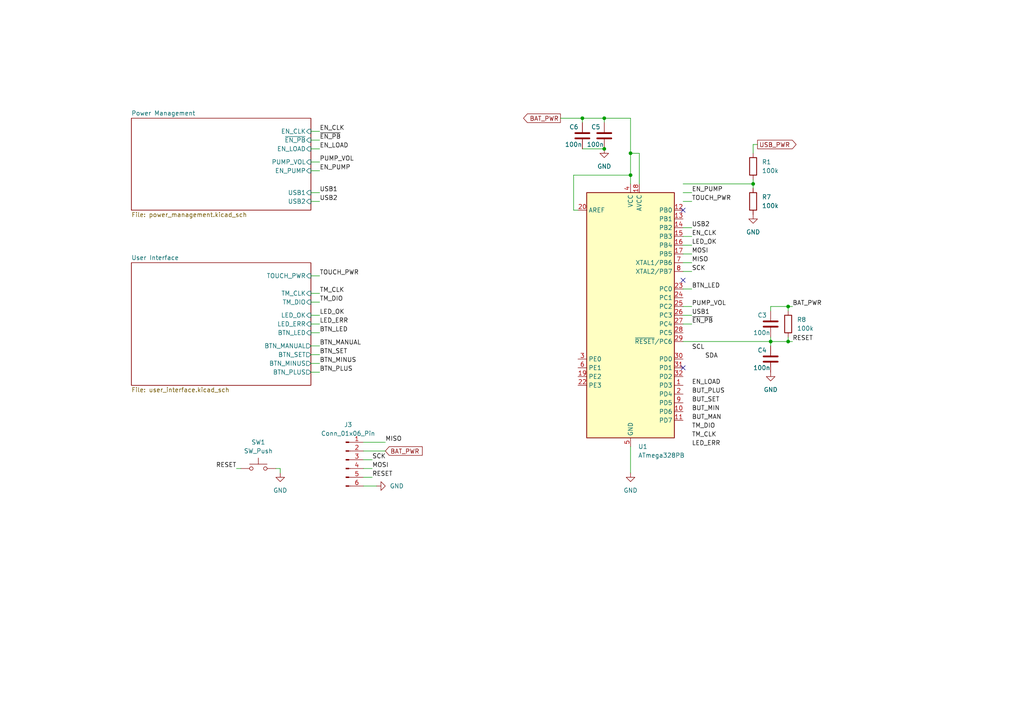
<source format=kicad_sch>
(kicad_sch (version 20231120) (generator "eeschema") (generator_version "8.0")
  (paper "A4")
  (title_block (title "Homegreen Node Basic") (date "2024-01-17") (rev "v1.4.4") (company "Homegreen"))
  (lib_symbols
    (symbol "Connector:Conn_01x06_Pin" (pin_names (offset 1.016) hide)
      (property "Reference" "J" (at 0 7.62 0))
      (property "Value" "Conn_01x06_Pin" (at 0 -10.16 0))
      (symbol "Conn_01x06_Pin_1_1"
        (polyline (pts (xy 1.27 -7.62) (xy 0.8636 -7.62)) (stroke (width 0.1524)))
        (polyline (pts (xy 1.27 -5.08) (xy 0.8636 -5.08)) (stroke (width 0.1524)))
        (polyline (pts (xy 1.27 -2.54) (xy 0.8636 -2.54)) (stroke (width 0.1524)))
        (polyline (pts (xy 1.27 0) (xy 0.8636 0)) (stroke (width 0.1524)))
        (polyline (pts (xy 1.27 2.54) (xy 0.8636 2.54)) (stroke (width 0.1524)))
        (polyline (pts (xy 1.27 5.08) (xy 0.8636 5.08)) (stroke (width 0.1524)))
        (rectangle (start 0.8636 -7.493) (end 0 -7.747) (stroke (width 0.1524)) (fill (type outline)))
        (rectangle (start 0.8636 -4.953) (end 0 -5.207) (stroke (width 0.1524)) (fill (type outline)))
        (rectangle (start 0.8636 -2.413) (end 0 -2.667) (stroke (width 0.1524)) (fill (type outline)))
        (rectangle (start 0.8636 0.127) (end 0 -0.127) (stroke (width 0.1524)) (fill (type outline)))
        (rectangle (start 0.8636 2.667) (end 0 2.413) (stroke (width 0.1524)) (fill (type outline)))
        (rectangle (start 0.8636 5.207) (end 0 4.953) (stroke (width 0.1524)) (fill (type outline)))
        (pin passive line (at 5.08 5.08 180) (length 3.81) (name "Pin_1") (number "1"))
        (pin passive line (at 5.08 2.54 180) (length 3.81) (name "Pin_2") (number "2"))
        (pin passive line (at 5.08 0 180) (length 3.81) (name "Pin_3") (number "3"))
        (pin passive line (at 5.08 -2.54 180) (length 3.81) (name "Pin_4") (number "4"))
        (pin passive line (at 5.08 -5.08 180) (length 3.81) (name "Pin_5") (number "5"))
        (pin passive line (at 5.08 -7.62 180) (length 3.81) (name "Pin_6") (number "6"))
      )
    )
    (symbol "Device:C" (pin_numbers hide) (pin_names (offset 0.254))
      (property "Reference" "C" (at 0.635 2.54 0))
      (property "Value" "C" (at 0.635 -2.54 0))
      (symbol "C_0_1"
        (polyline (pts (xy -2.032 -0.762) (xy 2.032 -0.762)) (stroke (width 0.508)))
        (polyline (pts (xy -2.032 0.762) (xy 2.032 0.762)) (stroke (width 0.508)))
      )
      (symbol "C_1_1"
        (pin passive line (at 0 3.81 270) (length 2.794) (name "~") (number "1"))
        (pin passive line (at 0 -3.81 90) (length 2.794) (name "~") (number "2"))
      )
    )
    (symbol "Device:R" (pin_numbers hide) (pin_names (offset 0))
      (property "Reference" "R" (at 2.032 0 90))
      (property "Value" "R" (at 0 0 90))
      (symbol "R_0_1"
        (rectangle (start -1.016 -2.54) (end 1.016 2.54) (stroke (width 0.254)))
      )
      (symbol "R_1_1"
        (pin passive line (at 0 3.81 270) (length 1.27) (name "~") (number "1"))
        (pin passive line (at 0 -3.81 90) (length 1.27) (name "~") (number "2"))
      )
    )
    (symbol "MCU_Microchip_ATmega:ATmega328PB-A"
      (property "Reference" "U" (at -12.7 36.83 0))
      (property "Value" "ATmega328PB-A" (at 2.54 -36.83 0))
      (symbol "ATmega328PB-A_0_1"
        (rectangle (start -12.7 -35.56) (end 12.7 35.56) (stroke (width 0.254)) (fill (type background)))
      )
      (symbol "ATmega328PB-A_1_1"
        (pin bidirectional line (at 15.24 -20.32 180) (length 2.54) (name "PD3") (number "1"))
        (pin bidirectional line (at 15.24 -27.94 180) (length 2.54) (name "PD6") (number "10"))
        (pin bidirectional line (at 15.24 -30.48 180) (length 2.54) (name "PD7") (number "11"))
        (pin bidirectional line (at 15.24 30.48 180) (length 2.54) (name "PB0") (number "12"))
        (pin bidirectional line (at 15.24 27.94 180) (length 2.54) (name "PB1") (number "13"))
        (pin bidirectional line (at 15.24 25.4 180) (length 2.54) (name "PB2") (number "14"))
        (pin bidirectional line (at 15.24 22.86 180) (length 2.54) (name "PB3") (number "15"))
        (pin bidirectional line (at 15.24 20.32 180) (length 2.54) (name "PB4") (number "16"))
        (pin bidirectional line (at 15.24 17.78 180) (length 2.54) (name "PB5") (number "17"))
        (pin power_in line (at 2.54 38.1 270) (length 2.54) (name "AVCC") (number "18"))
        (pin bidirectional line (at -15.24 -17.78 0) (length 2.54) (name "PE2") (number "19"))
        (pin bidirectional line (at 15.24 -22.86 180) (length 2.54) (name "PD4") (number "2"))
        (pin passive line (at -15.24 30.48 0) (length 2.54) (name "AREF") (number "20"))
        (pin passive line (at 0 -38.1 90) (length 2.54) hide (name "GND") (number "21"))
        (pin bidirectional line (at -15.24 -20.32 0) (length 2.54) (name "PE3") (number "22"))
        (pin bidirectional line (at 15.24 7.62 180) (length 2.54) (name "PC0") (number "23"))
        (pin bidirectional line (at 15.24 5.08 180) (length 2.54) (name "PC1") (number "24"))
        (pin bidirectional line (at 15.24 2.54 180) (length 2.54) (name "PC2") (number "25"))
        (pin bidirectional line (at 15.24 0 180) (length 2.54) (name "PC3") (number "26"))
        (pin bidirectional line (at 15.24 -2.54 180) (length 2.54) (name "PC4") (number "27"))
        (pin bidirectional line (at 15.24 -5.08 180) (length 2.54) (name "PC5") (number "28"))
        (pin bidirectional line (at 15.24 -7.62 180) (length 2.54) (name "~{RESET}/PC6") (number "29"))
        (pin bidirectional line (at -15.24 -12.7 0) (length 2.54) (name "PE0") (number "3"))
        (pin bidirectional line (at 15.24 -12.7 180) (length 2.54) (name "PD0") (number "30"))
        (pin bidirectional line (at 15.24 -15.24 180) (length 2.54) (name "PD1") (number "31"))
        (pin bidirectional line (at 15.24 -17.78 180) (length 2.54) (name "PD2") (number "32"))
        (pin power_in line (at 0 38.1 270) (length 2.54) (name "VCC") (number "4"))
        (pin power_in line (at 0 -38.1 90) (length 2.54) (name "GND") (number "5"))
        (pin bidirectional line (at -15.24 -15.24 0) (length 2.54) (name "PE1") (number "6"))
        (pin bidirectional line (at 15.24 15.24 180) (length 2.54) (name "XTAL1/PB6") (number "7"))
        (pin bidirectional line (at 15.24 12.7 180) (length 2.54) (name "XTAL2/PB7") (number "8"))
        (pin bidirectional line (at 15.24 -25.4 180) (length 2.54) (name "PD5") (number "9"))
      )
    )
    (symbol "Switch:SW_Push" (pin_numbers hide) (pin_names (offset 1.016) hide)
      (property "Reference" "SW" (at 1.27 2.54 0))
      (property "Value" "SW_Push" (at 0 -1.524 0))
      (symbol "SW_Push_0_1"
        (circle (center -2.032 0) (radius 0.508))
        (polyline (pts (xy 0 1.27) (xy 0 3.048)))
        (polyline (pts (xy 2.54 1.27) (xy -2.54 1.27)))
        (circle (center 2.032 0) (radius 0.508))
        (pin passive line (at -5.08 0 0) (length 2.54) (name "1") (number "1"))
        (pin passive line (at 5.08 0 180) (length 2.54) (name "2") (number "2"))
      )
    )
    (symbol "power:GND" (power) (pin_names (offset 0))
      (property "Value" "GND" (at 0 -3.81 0))
      (symbol "GND_0_1"
        (polyline (pts (xy 0 0) (xy 0 -1.27) (xy 1.27 -1.27) (xy 0 -2.54) (xy -1.27 -1.27) (xy 0 -1.27)))
      )
      (symbol "GND_1_1"
        (pin power_in line (at 0 0 270) (length 0) hide (name "GND") (number "1"))
      )
    )
  )
  (junction (at 175.26 43.18))
  (junction (at 228.6 88.9))
  (junction (at 182.88 44.45))
  (junction (at 218.44 53.34))
  (junction (at 228.6 99.06))
  (junction (at 168.91 34.29))
  (junction (at 182.88 50.8))
  (junction (at 175.26 34.29))
  (junction (at 223.52 99.06))
  (no_connect (at 198.12 81.28))
  (no_connect (at 198.12 60.96))
  (no_connect (at 198.12 106.68))
  (wire (pts (xy 90.17 80.01) (xy 92.71 80.01)))
  (wire (pts (xy 228.6 99.06) (xy 229.87 99.06)))
  (wire (pts (xy 90.17 58.42) (xy 92.71 58.42)))
  (wire (pts (xy 198.12 71.12) (xy 200.66 71.12)))
  (wire (pts (xy 182.88 50.8) (xy 182.88 53.34)))
  (wire (pts (xy 90.17 105.41) (xy 92.71 105.41)))
  (wire (pts (xy 90.17 96.52) (xy 92.71 96.52)))
  (wire (pts (xy 198.12 88.9) (xy 200.66 88.9)))
  (wire (pts (xy 90.17 38.1) (xy 92.71 38.1)))
  (wire (pts (xy 198.12 58.42) (xy 200.66 58.42)))
  (wire (pts (xy 223.52 99.06) (xy 223.52 100.33)))
  (wire (pts (xy 228.6 88.9) (xy 229.87 88.9)))
  (wire (pts (xy 223.52 88.9) (xy 228.6 88.9)))
  (wire (pts (xy 81.28 135.89) (xy 81.28 137.16)))
  (wire (pts (xy 168.91 34.29) (xy 175.26 34.29)))
  (wire (pts (xy 105.41 135.89) (xy 107.95 135.89)))
  (wire (pts (xy 228.6 97.79) (xy 228.6 99.06)))
  (wire (pts (xy 166.37 60.96) (xy 166.37 50.8)))
  (wire (pts (xy 68.58 135.89) (xy 69.85 135.89)))
  (wire (pts (xy 182.88 34.29) (xy 175.26 34.29)))
  (wire (pts (xy 105.41 140.97) (xy 109.22 140.97)))
  (wire (pts (xy 198.12 99.06) (xy 223.52 99.06)))
  (wire (pts (xy 162.56 34.29) (xy 168.91 34.29)))
  (wire (pts (xy 90.17 85.09) (xy 92.71 85.09)))
  (wire (pts (xy 105.41 133.35) (xy 107.95 133.35)))
  (wire (pts (xy 228.6 88.9) (xy 228.6 90.17)))
  (wire (pts (xy 90.17 93.98) (xy 92.71 93.98)))
  (wire (pts (xy 90.17 55.88) (xy 92.71 55.88)))
  (wire (pts (xy 182.88 44.45) (xy 182.88 34.29)))
  (wire (pts (xy 90.17 40.64) (xy 92.71 40.64)))
  (wire (pts (xy 218.44 41.91) (xy 219.71 41.91)))
  (wire (pts (xy 167.64 60.96) (xy 166.37 60.96)))
  (wire (pts (xy 223.52 90.17) (xy 223.52 88.9)))
  (wire (pts (xy 175.26 34.29) (xy 175.26 35.56)))
  (wire (pts (xy 198.12 53.34) (xy 218.44 53.34)))
  (wire (pts (xy 90.17 107.95) (xy 92.71 107.95)))
  (wire (pts (xy 90.17 43.18) (xy 92.71 43.18)))
  (wire (pts (xy 218.44 53.34) (xy 218.44 52.07)))
  (wire (pts (xy 198.12 66.04) (xy 200.66 66.04)))
  (wire (pts (xy 168.91 43.18) (xy 175.26 43.18)))
  (wire (pts (xy 198.12 73.66) (xy 200.66 73.66)))
  (wire (pts (xy 223.52 99.06) (xy 228.6 99.06)))
  (wire (pts (xy 198.12 83.82) (xy 200.66 83.82)))
  (wire (pts (xy 90.17 87.63) (xy 92.71 87.63)))
  (wire (pts (xy 90.17 100.33) (xy 92.71 100.33)))
  (wire (pts (xy 90.17 46.99) (xy 92.71 46.99)))
  (wire (pts (xy 198.12 78.74) (xy 200.66 78.74)))
  (wire (pts (xy 90.17 91.44) (xy 92.71 91.44)))
  (wire (pts (xy 80.01 135.89) (xy 81.28 135.89)))
  (wire (pts (xy 90.17 49.53) (xy 92.71 49.53)))
  (wire (pts (xy 166.37 50.8) (xy 182.88 50.8)))
  (wire (pts (xy 111.76 128.27) (xy 105.41 128.27)))
  (wire (pts (xy 198.12 91.44) (xy 200.66 91.44)))
  (wire (pts (xy 182.88 129.54) (xy 182.88 137.16)))
  (wire (pts (xy 168.91 35.56) (xy 168.91 34.29)))
  (wire (pts (xy 185.42 44.45) (xy 182.88 44.45)))
  (wire (pts (xy 198.12 68.58) (xy 200.66 68.58)))
  (wire (pts (xy 198.12 93.98) (xy 200.66 93.98)))
  (wire (pts (xy 182.88 44.45) (xy 182.88 50.8)))
  (wire (pts (xy 105.41 138.43) (xy 107.95 138.43)))
  (wire (pts (xy 198.12 55.88) (xy 200.66 55.88)))
  (wire (pts (xy 198.12 76.2) (xy 200.66 76.2)))
  (wire (pts (xy 218.44 53.34) (xy 218.44 54.61)))
  (wire (pts (xy 223.52 99.06) (xy 223.52 97.79)))
  (wire (pts (xy 185.42 44.45) (xy 185.42 53.34)))
  (wire (pts (xy 90.17 102.87) (xy 92.71 102.87)))
  (wire (pts (xy 105.41 130.81) (xy 111.76 130.81)))
  (wire (pts (xy 218.44 44.45) (xy 218.44 41.91)))
  (label "SCL" (at 200.66 101.6 0))
  (label "BTN_MINUS" (at 92.71 105.41 0))
  (label "BTN_SET" (at 92.71 102.87 0))
  (label "EN_PUMP" (at 200.66 55.88 0))
  (label "LED_ERR" (at 200.66 129.54 0))
  (label "SCK" (at 107.95 133.35 0))
  (label "BUT_MAN" (at 200.66 121.92 0))
  (label "MISO" (at 111.76 128.27 0))
  (label "BTN_MANUAL" (at 92.71 100.33 0))
  (label "BTN_PLUS" (at 92.71 107.95 0))
  (label "BAT_PWR" (at 229.87 88.9 0))
  (label "~{EN_PB}" (at 92.71 40.64 0))
  (label "LED_ERR" (at 92.71 93.98 0))
  (label "TM_CLK" (at 200.66 127 0))
  (label "TM_DIO" (at 200.66 124.46 0))
  (label "RESET" (at 107.95 138.43 0))
  (label "TOUCH_PWR" (at 200.66 58.42 0))
  (label "MOSI" (at 107.95 135.89 0))
  (label "TOUCH_PWR" (at 92.71 80.01 0))
  (label "LED_OK" (at 92.71 91.44 0))
  (label "EN_LOAD" (at 92.71 43.18 0))
  (label "EN_LOAD" (at 200.66 111.76 0))
  (label "SCK" (at 200.66 78.74 0))
  (label "BTN_LED" (at 92.71 96.52 0))
  (label "USB1" (at 92.71 55.88 0))
  (label "TM_DIO" (at 92.71 87.63 0))
  (label "EN_CLK" (at 92.71 38.1 0))
  (label "BUT_SET" (at 200.66 116.84 0))
  (label "RESET" (at 229.87 99.06 0))
  (label "TM_CLK" (at 92.71 85.09 0))
  (label "RESET" (at 68.58 135.89 180))
  (label "EN_CLK" (at 200.66 68.58 0))
  (label "BUT_MIN" (at 200.66 119.38 0))
  (label "~{EN_PB}" (at 200.66 93.98 0))
  (label "LED_OK" (at 200.66 71.12 0))
  (label "PUMP_VOL" (at 92.71 46.99 0))
  (label "USB2" (at 92.71 58.42 0))
  (label "BTN_LED" (at 200.66 83.82 0))
  (label "USB1" (at 200.66 91.44 0))
  (label "SDA" (at 204.47 104.14 0))
  (label "USB2" (at 200.66 66.04 0))
  (label "BUT_PLUS" (at 200.66 114.3 0))
  (label "PUMP_VOL" (at 200.66 88.9 0))
  (label "MISO" (at 200.66 76.2 0))
  (label "EN_PUMP" (at 92.71 49.53 0))
  (label "MOSI" (at 200.66 73.66 0))
  (global_label "BAT_PWR" (shape input) (at 111.76 130.81 0) (property "Intersheetrefs" "${INTERSHEET_REFS}" (effects (hide yes))))
  (global_label "USB_PWR" (shape output) (at 219.71 41.91 0) (property "Intersheetrefs" "${INTERSHEET_REFS}" (effects (hide yes))))
  (global_label "BAT_PWR" (shape output) (at 162.56 34.29 180) (property "Intersheetrefs" "${INTERSHEET_REFS}" (effects (hide yes))))
  (symbol (lib_id "Device:R") (at 218.44 48.26 180) (unit 1)
    (property "Reference" "R1" (at 220.98 46.99 0) (effects (justify right)))
    (property "Value" "100k" (at 220.98 49.53 0) (effects (justify right)))
    (property "Footprint" "Resistor_SMD:R_0805_2012Metric" (effects (hide yes)))
  )
  (symbol (lib_id "power:GND") (at 175.26 43.18 0) (unit 1)
    (property "Reference" "#PWR09" (effects (hide yes)))
    (property "Value" "GND" (at 175.26 48.26 0))
  )
  (symbol (lib_id "power:GND") (at 182.88 137.16 0) (unit 1)
    (property "Reference" "#PWR08" (effects (hide yes)))
    (property "Value" "GND" (at 182.88 142.24 0))
  )
  (symbol (lib_id "Switch:SW_Push") (at 74.93 135.89 0) (unit 1)
    (property "Reference" "SW1" (at 74.93 128.27 0))
    (property "Value" "SW_Push" (at 74.93 130.81 0))
    (property "Footprint" "Pmale_Misc:SW_DHT-4235A" (effects (hide yes)))
  )
  (symbol (lib_id "power:GND") (at 218.44 62.23 0) (unit 1)
    (property "Reference" "#PWR06" (effects (hide yes)))
    (property "Value" "GND" (at 218.44 67.31 0))
  )
  (symbol (lib_id "Device:C") (at 168.91 39.37 0) (unit 1)
    (property "Reference" "C6" (at 165.1 36.83 0) (effects (justify left)))
    (property "Value" "100n" (at 163.83 41.91 0) (effects (justify left)))
    (property "Footprint" "Capacitor_SMD:C_0805_2012Metric" (effects (hide yes)))
  )
  (symbol (lib_id "power:GND") (at 223.52 107.95 0) (unit 1)
    (property "Reference" "#PWR07" (effects (hide yes)))
    (property "Value" "GND" (at 223.52 113.03 0))
  )
  (symbol (lib_id "Connector:Conn_01x06_Pin") (at 100.33 133.35 0) (unit 1)
    (property "Reference" "J3" (at 100.965 123.19 0))
    (property "Value" "Conn_01x06_Pin" (at 100.965 125.73 0))
    (property "Footprint" "Connector_JST:JST_XH_S6B-XH-A_1x06_P2.50mm_Horizontal" (effects (hide yes)))
  )
  (symbol (lib_id "Device:C") (at 223.52 104.14 0) (unit 1)
    (property "Reference" "C4" (at 219.71 101.6 0) (effects (justify left)))
    (property "Value" "100n" (at 218.44 106.68 0) (effects (justify left)))
    (property "Footprint" "Capacitor_SMD:C_0805_2012Metric" (effects (hide yes)))
  )
  (symbol (lib_id "power:GND") (at 109.22 140.97 90) (unit 1)
    (property "Reference" "#PWR023" (effects (hide yes)))
    (property "Value" "GND" (at 113.03 140.97 90) (effects (justify right)))
  )
  (symbol (lib_id "Device:R") (at 228.6 93.98 180) (unit 1)
    (property "Reference" "R8" (at 231.14 92.71 0) (effects (justify right)))
    (property "Value" "100k" (at 231.14 95.25 0) (effects (justify right)))
    (property "Footprint" "Resistor_SMD:R_0805_2012Metric" (effects (hide yes)))
  )
  (symbol (lib_id "MCU_Microchip_ATmega:ATmega328PB-A") (at 182.88 91.44 0) (unit 1)
    (property "Reference" "U1" (at 185.0741 129.54 0) (effects (justify left)))
    (property "Value" "ATmega328PB" (at 185.0741 132.08 0) (effects (justify left)))
    (property "Footprint" "Package_QFP:TQFP-32_7x7mm_P0.8mm" (effects (hide yes)))
    (property "Datasheet" "http://ww1.microchip.com/downloads/en/DeviceDoc/40001906C.pdf" (effects (hide yes)))
    (property "Description" "20MHz, 32kB Flash, 2kB SRAM, 1kB EEPROM, TQFP-32" (effects (hide yes)))
  )
  (symbol (lib_id "Device:C") (at 175.26 39.37 0) (unit 1)
    (property "Reference" "C5" (at 171.45 36.83 0) (effects (justify left)))
    (property "Value" "100n" (at 170.18 41.91 0) (effects (justify left)))
    (property "Footprint" "Capacitor_SMD:C_0805_2012Metric" (effects (hide yes)))
  )
  (symbol (lib_id "Device:R") (at 218.44 58.42 180) (unit 1)
    (property "Reference" "R7" (at 220.98 57.15 0) (effects (justify right)))
    (property "Value" "100k" (at 220.98 59.69 0) (effects (justify right)))
    (property "Footprint" "Resistor_SMD:R_0805_2012Metric" (effects (hide yes)))
  )
  (symbol (lib_id "power:GND") (at 81.28 137.16 0) (unit 1)
    (property "Reference" "#PWR024" (effects (hide yes)))
    (property "Value" "GND" (at 81.28 142.24 0))
  )
  (symbol (lib_id "Device:C") (at 223.52 93.98 0) (unit 1)
    (property "Reference" "C3" (at 219.71 91.44 0) (effects (justify left)))
    (property "Value" "100n" (at 218.44 96.52 0) (effects (justify left)))
    (property "Footprint" "Capacitor_SMD:C_0805_2012Metric" (effects (hide yes)))
  )
  (sheet (at 38.1 76.2) (size 52.07 35.56) (stroke (width 0.1524))
    (property "Sheetname" "User Interface" (at 38.1 75.4884 0) (effects (justify left bottom)))
    (property "Sheetfile" "user_interface.kicad_sch" (at 38.1 112.3446 0) (effects (justify left top)))
    (pin "TM_CLK" input (at 90.17 85.09 0))
    (pin "TM_DIO" input (at 90.17 87.63 0))
    (pin "LED_OK" input (at 90.17 91.44 0))
    (pin "BTN_LED" input (at 90.17 96.52 0))
    (pin "LED_ERR" input (at 90.17 93.98 0))
    (pin "TOUCH_PWR" input (at 90.17 80.01 0))
    (pin "BTN_PLUS" output (at 90.17 107.95 0))
    (pin "BTN_MINUS" output (at 90.17 105.41 0))
    (pin "BTN_SET" output (at 90.17 102.87 0))
    (pin "BTN_MANUAL" output (at 90.17 100.33 0))
  )
  (sheet (at 38.1 34.29) (size 52.07 26.67) (stroke (width 0.1524))
    (property "Sheetname" "Power Management" (at 38.1 33.5784 0) (effects (justify left bottom)))
    (property "Sheetfile" "power_management.kicad_sch" (at 38.1 61.5446 0) (effects (justify left top)))
    (pin "EN_CLK" input (at 90.17 38.1 0))
    (pin "~{EN_PB}" input (at 90.17 40.64 0))
    (pin "EN_LOAD" input (at 90.17 43.18 0))
    (pin "PUMP_VOL" input (at 90.17 46.99 0))
    (pin "EN_PUMP" input (at 90.17 49.53 0))
    (pin "USB2" input (at 90.17 58.42 0))
    (pin "USB1" input (at 90.17 55.88 0))
  )
)
</source>
